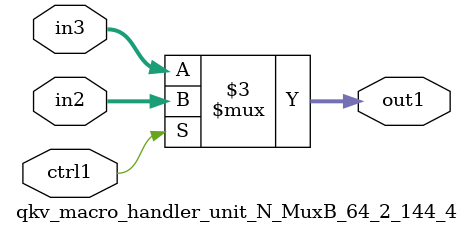
<source format=v>

`timescale 1ps / 1ps


module qkv_macro_handler_unit_N_MuxB_64_2_144_4( in3, in2, ctrl1, out1 );

    input [63:0] in3;
    input [63:0] in2;
    input ctrl1;
    output [63:0] out1;
    reg [63:0] out1;

    
    // rtl_process:qkv_macro_handler_unit_N_MuxB_64_2_144_4/qkv_macro_handler_unit_N_MuxB_64_2_144_4_thread_1
    always @*
      begin : qkv_macro_handler_unit_N_MuxB_64_2_144_4_thread_1
        case (ctrl1) 
          1'b1: 
            begin
              out1 = in2;
            end
          default: 
            begin
              out1 = in3;
            end
        endcase
      end

endmodule



</source>
